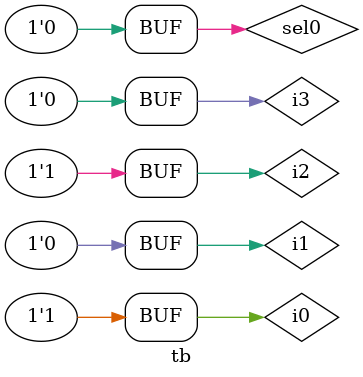
<source format=v>
module mux_2_1(
  input sel,
  input i0, i1,
  output y);
  
  assign y = sel ? i1 : i0;
endmodule

module mux_4_1(
  input sel0, sel1,
  input  i0,i1,i2,i3,
  output reg y);
  
  wire y, y0, y1;
  
  mux_2_1 m1(sel1, i2, i3, y1);
  mux_2_1 m2(sel1, i0, i1, y0);
  mux_2_1 m3(sel0, y0, y1, y);
endmodule


module tb;
  reg sel0, sel1;
  reg i0,i1,i2,i3;
  wire y;
  
  mux_4_1 mux(sel0, sel1, i0, i1, i2, i3, y);
  
  initial begin
    $monitor("sel0=%b, sel1=%b -> i3 = %0b, i2 = %0b ,i1 = %0b, i0 = %0b -> y = %0b", sel0,sel1,i3,i2,i1,i0, y);
    {i3,i2,i1,i0} = 4'h5;

    repeat(6) begin
      {sel0, sel1} = $random;
      #5;
    end
  end
endmodule

</source>
